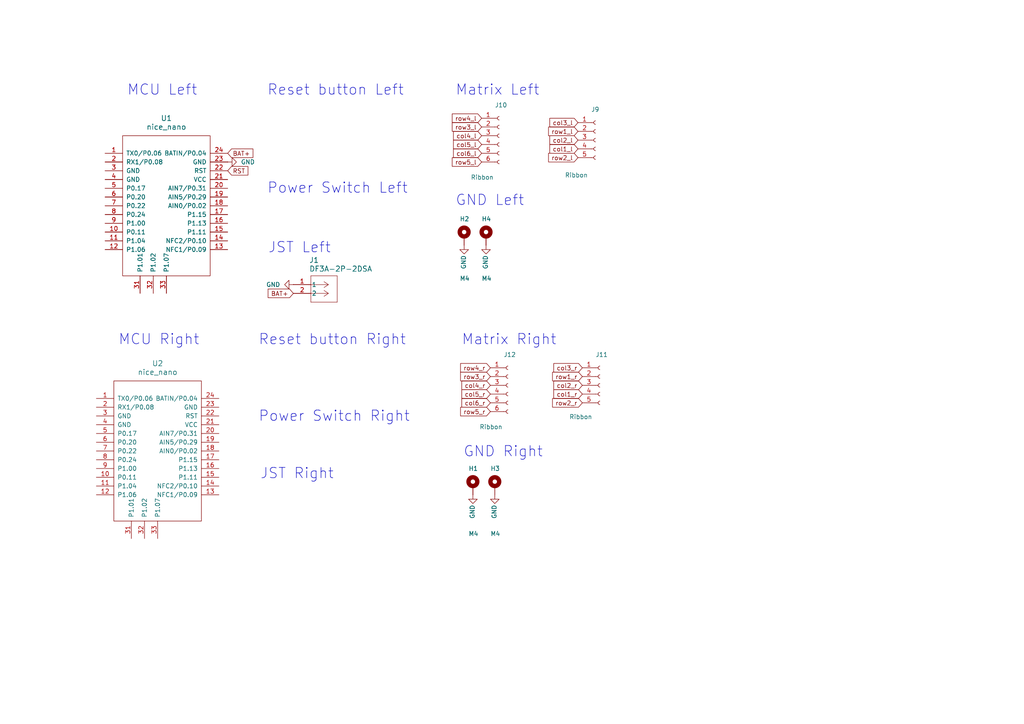
<source format=kicad_sch>
(kicad_sch (version 20250114) (generator "eeschema") (generator_version "9.0")
  (paper "A4")
  (title_block (title "Elite-C holder") (date "2022-02-13") (rev "2.0") (company "BastardKB x KarlK90") (comment 1 "Licensed under CERN-OHL-W v2"))
  (lib_symbols
    (symbol "Connector:Conn_01x05_Female" (pin_names (offset 1.016) (hide yes))
      (property "Reference" "J" (at 0 7.62 0))
      (property "Value" "Conn_01x05_Female" (at 0 -7.62 0))
      (symbol "Conn_01x05_Female_1_1"
        (polyline (pts (xy -1.27 5.08) (xy -0.508 5.08)) (stroke (width 0.1524)))
        (polyline (pts (xy -1.27 2.54) (xy -0.508 2.54)) (stroke (width 0.1524)))
        (polyline (pts (xy -1.27 0) (xy -0.508 0)) (stroke (width 0.1524)))
        (polyline (pts (xy -1.27 -2.54) (xy -0.508 -2.54)) (stroke (width 0.1524)))
        (polyline (pts (xy -1.27 -5.08) (xy -0.508 -5.08)) (stroke (width 0.1524)))
        (arc (start 0 4.572) (mid -0.5058 5.08) (end 0 5.588) (stroke (width 0.1524)))
        (arc (start 0 2.032) (mid -0.5058 2.54) (end 0 3.048) (stroke (width 0.1524)))
        (arc (start 0 -0.508) (mid -0.5058 0) (end 0 0.508) (stroke (width 0.1524)))
        (arc (start 0 -3.048) (mid -0.5058 -2.54) (end 0 -2.032) (stroke (width 0.1524)))
        (arc (start 0 -5.588) (mid -0.5058 -5.08) (end 0 -4.572) (stroke (width 0.1524)))
        (pin passive line (at -5.08 5.08 0) (length 3.81) (name "Pin_1") (number "1"))
        (pin passive line (at -5.08 2.54 0) (length 3.81) (name "Pin_2") (number "2"))
        (pin passive line (at -5.08 0 0) (length 3.81) (name "Pin_3") (number "3"))
        (pin passive line (at -5.08 -2.54 0) (length 3.81) (name "Pin_4") (number "4"))
        (pin passive line (at -5.08 -5.08 0) (length 3.81) (name "Pin_5") (number "5"))
      )
    )
    (symbol "Connector:Conn_01x06_Female" (pin_names (offset 1.016) (hide yes))
      (property "Reference" "J" (at 0 7.62 0))
      (property "Value" "Conn_01x06_Female" (at 0 -10.16 0))
      (symbol "Conn_01x06_Female_1_1"
        (polyline (pts (xy -1.27 5.08) (xy -0.508 5.08)) (stroke (width 0.1524)))
        (polyline (pts (xy -1.27 2.54) (xy -0.508 2.54)) (stroke (width 0.1524)))
        (polyline (pts (xy -1.27 0) (xy -0.508 0)) (stroke (width 0.1524)))
        (polyline (pts (xy -1.27 -2.54) (xy -0.508 -2.54)) (stroke (width 0.1524)))
        (polyline (pts (xy -1.27 -5.08) (xy -0.508 -5.08)) (stroke (width 0.1524)))
        (polyline (pts (xy -1.27 -7.62) (xy -0.508 -7.62)) (stroke (width 0.1524)))
        (arc (start 0 4.572) (mid -0.5058 5.08) (end 0 5.588) (stroke (width 0.1524)))
        (arc (start 0 2.032) (mid -0.5058 2.54) (end 0 3.048) (stroke (width 0.1524)))
        (arc (start 0 -0.508) (mid -0.5058 0) (end 0 0.508) (stroke (width 0.1524)))
        (arc (start 0 -3.048) (mid -0.5058 -2.54) (end 0 -2.032) (stroke (width 0.1524)))
        (arc (start 0 -5.588) (mid -0.5058 -5.08) (end 0 -4.572) (stroke (width 0.1524)))
        (arc (start 0 -8.128) (mid -0.5058 -7.62) (end 0 -7.112) (stroke (width 0.1524)))
        (pin passive line (at -5.08 5.08 0) (length 3.81) (name "Pin_1") (number "1"))
        (pin passive line (at -5.08 2.54 0) (length 3.81) (name "Pin_2") (number "2"))
        (pin passive line (at -5.08 0 0) (length 3.81) (name "Pin_3") (number "3"))
        (pin passive line (at -5.08 -2.54 0) (length 3.81) (name "Pin_4") (number "4"))
        (pin passive line (at -5.08 -5.08 0) (length 3.81) (name "Pin_5") (number "5"))
        (pin passive line (at -5.08 -7.62 0) (length 3.81) (name "Pin_6") (number "6"))
      )
    )
    (symbol "DF3A_2P_2DSA:DF3A-2P-2DSA" (pin_names (offset 0.254))
      (property "Reference" "J" (at 8.89 6.35 0))
      (property "Value" "DF3A-2P-2DSA" (at 0 0 0))
      (symbol "DF3A-2P-2DSA_1_1"
        (polyline (pts (xy 5.08 2.54) (xy 5.08 -5.08)) (stroke (width 0.127)))
        (polyline (pts (xy 5.08 -5.08) (xy 12.7 -5.08)) (stroke (width 0.127)))
        (polyline (pts (xy 10.16 0) (xy 5.08 0)) (stroke (width 0.127)))
        (polyline (pts (xy 10.16 0) (xy 8.89 0.8467)) (stroke (width 0.127)))
        (polyline (pts (xy 10.16 0) (xy 8.89 -0.8467)) (stroke (width 0.127)))
        (polyline (pts (xy 10.16 -2.54) (xy 5.08 -2.54)) (stroke (width 0.127)))
        (polyline (pts (xy 10.16 -2.54) (xy 8.89 -1.6933)) (stroke (width 0.127)))
        (polyline (pts (xy 10.16 -2.54) (xy 8.89 -3.3867)) (stroke (width 0.127)))
        (polyline (pts (xy 12.7 2.54) (xy 5.08 2.54)) (stroke (width 0.127)))
        (polyline (pts (xy 12.7 -5.08) (xy 12.7 2.54)) (stroke (width 0.127)))
        (pin unspecified line (at 0 0 0) (length 5.08) (name "1") (number "1"))
        (pin unspecified line (at 0 -2.54 0) (length 5.08) (name "2") (number "2"))
      )
      (symbol "DF3A-2P-2DSA_1_2"
        (polyline (pts (xy 5.08 2.54) (xy 5.08 -5.08)) (stroke (width 0.127)))
        (polyline (pts (xy 5.08 -5.08) (xy 12.7 -5.08)) (stroke (width 0.127)))
        (polyline (pts (xy 7.62 0) (xy 5.08 0)) (stroke (width 0.127)))
        (polyline (pts (xy 7.62 0) (xy 8.89 0.8467)) (stroke (width 0.127)))
        (polyline (pts (xy 7.62 0) (xy 8.89 -0.8467)) (stroke (width 0.127)))
        (polyline (pts (xy 7.62 -2.54) (xy 5.08 -2.54)) (stroke (width 0.127)))
        (polyline (pts (xy 7.62 -2.54) (xy 8.89 -1.6933)) (stroke (width 0.127)))
        (polyline (pts (xy 7.62 -2.54) (xy 8.89 -3.3867)) (stroke (width 0.127)))
        (polyline (pts (xy 12.7 2.54) (xy 5.08 2.54)) (stroke (width 0.127)))
        (polyline (pts (xy 12.7 -5.08) (xy 12.7 2.54)) (stroke (width 0.127)))
        (pin unspecified line (at 0 0 0) (length 5.08) (name "1") (number "1"))
        (pin unspecified line (at 0 -2.54 0) (length 5.08) (name "2") (number "2"))
      )
    )
    (symbol "GND_1" (power) (pin_numbers (hide yes)) (pin_names (offset 0) (hide yes))
      (property "Value" "GND" (at 0 -3.81 0))
      (symbol "GND_1_0_1"
        (polyline (pts (xy 0 0) (xy 0 -1.27) (xy 1.27 -1.27) (xy 0 -2.54) (xy -1.27 -1.27) (xy 0 -1.27)))
      )
      (symbol "GND_1_1_1"
        (pin power_in line (at 0 0 270) (length 0) (name "~") (number "1"))
      )
    )
    (symbol "GND_2" (power) (pin_numbers (hide yes)) (pin_names (offset 0) (hide yes))
      (property "Value" "GND" (at 0 -3.81 0))
      (symbol "GND_2_0_1"
        (polyline (pts (xy 0 0) (xy 0 -1.27) (xy 1.27 -1.27) (xy 0 -2.54) (xy -1.27 -1.27) (xy 0 -1.27)))
      )
      (symbol "GND_2_1_1"
        (pin power_in line (at 0 0 270) (length 0) (name "~") (number "1"))
      )
    )
    (symbol "Mechanical:MountingHole_Pad" (pin_numbers (hide yes)) (pin_names (offset 1.016) (hide yes))
      (property "Reference" "H" (at 0 6.35 0))
      (property "Value" "MountingHole_Pad" (at 0 4.445 0))
      (symbol "MountingHole_Pad_0_1"
        (circle (center 0 1.27) (radius 1.27) (stroke (width 1.27)))
      )
      (symbol "MountingHole_Pad_1_1"
        (pin input line (at 0 -2.54 90) (length 2.54) (name "1") (number "1"))
      )
    )
    (symbol "nice_nano:nice_nano" (pin_names (offset 1.016))
      (property "Reference" "U" (at 0 0 0))
      (property "Value" "nice_nano" (at 0 2.54 0))
      (symbol "nice_nano_0_1"
        (rectangle (start -12.7 -21.59) (end 12.7 19.05))
      )
      (symbol "nice_nano_1_1"
        (pin input line (at -17.78 13.97 0) (length 5.08) (name "TX0/P0.06") (number "1"))
        (pin input line (at -17.78 11.43 0) (length 5.08) (name "RX1/P0.08") (number "2"))
        (pin input line (at -17.78 8.89 0) (length 5.08) (name "GND") (number "3"))
        (pin input line (at -17.78 6.35 0) (length 5.08) (name "GND") (number "4"))
        (pin input line (at -17.78 3.81 0) (length 5.08) (name "P0.17") (number "5"))
        (pin input line (at -17.78 1.27 0) (length 5.08) (name "P0.20") (number "6"))
        (pin input line (at -17.78 -1.27 0) (length 5.08) (name "P0.22") (number "7"))
        (pin input line (at -17.78 -3.81 0) (length 5.08) (name "P0.24") (number "8"))
        (pin input line (at -17.78 -6.35 0) (length 5.08) (name "P1.00") (number "9"))
        (pin input line (at -17.78 -8.89 0) (length 5.08) (name "P0.11") (number "10"))
        (pin input line (at -17.78 -11.43 0) (length 5.08) (name "P1.04") (number "11"))
        (pin input line (at -17.78 -13.97 0) (length 5.08) (name "P1.06") (number "12"))
        (pin input line (at -7.62 -26.67 90) (length 5.08) (name "P1.01") (number "31"))
        (pin input line (at -3.81 -26.67 90) (length 5.08) (name "P1.02") (number "32"))
        (pin input line (at 0 -26.67 90) (length 5.08) (name "P1.07") (number "33"))
        (pin input line (at 17.78 13.97 180) (length 5.08) (name "BATIN/P0.04") (number "24"))
        (pin input line (at 17.78 11.43 180) (length 5.08) (name "GND") (number "23"))
        (pin input line (at 17.78 8.89 180) (length 5.08) (name "RST") (number "22"))
        (pin input line (at 17.78 6.35 180) (length 5.08) (name "VCC") (number "21"))
        (pin input line (at 17.78 3.81 180) (length 5.08) (name "AIN7/P0.31") (number "20"))
        (pin input line (at 17.78 1.27 180) (length 5.08) (name "AIN5/P0.29") (number "19"))
        (pin input line (at 17.78 -1.27 180) (length 5.08) (name "AIN0/P0.02") (number "18"))
        (pin input line (at 17.78 -3.81 180) (length 5.08) (name "P1.15") (number "17"))
        (pin input line (at 17.78 -6.35 180) (length 5.08) (name "P1.13") (number "16"))
        (pin input line (at 17.78 -8.89 180) (length 5.08) (name "P1.11") (number "15"))
        (pin input line (at 17.78 -11.43 180) (length 5.08) (name "NFC2/P0.10") (number "14"))
        (pin input line (at 17.78 -13.97 180) (length 5.08) (name "NFC1/P0.09") (number "13"))
      )
    )
    (symbol "power:GND" (power) (pin_names (offset 0))
      (property "Value" "GND" (at 0 -3.81 0))
      (symbol "GND_0_1"
        (polyline (pts (xy 0 0) (xy 0 -1.27) (xy 1.27 -1.27) (xy 0 -2.54) (xy -1.27 -1.27) (xy 0 -1.27)))
      )
      (symbol "GND_1_1"
        (pin power_in line (at 0 0 270) (length 0) (hide yes) (name "GND") (number "1"))
      )
    )
  )
  (text "Power Switch Right" (at 74.93 122.555 0) (effects (font (size 3 3)) (justify left bottom)))
  (text "GND Left" (at 132.08 59.944 0) (effects (font (size 3 3)) (justify left bottom)))
  (text "Reset button Left" (at 77.47 27.94 0) (effects (font (size 3 3)) (justify left bottom)))
  (text "GND Right" (at 134.366 132.842 0) (effects (font (size 3 3)) (justify left bottom)))
  (text "JST Left" (at 77.724 73.66 0) (effects (font (size 3 3)) (justify left bottom)))
  (text "Power Switch Left" (at 77.47 56.388 0) (effects (font (size 3 3)) (justify left bottom)))
  (text "Matrix Left" (at 132.08 27.94 0) (effects (font (size 3 3)) (justify left bottom)))
  (text "JST Right" (at 75.438 139.192 0) (effects (font (size 3 3)) (justify left bottom)))
  (text "Reset button Right" (at 74.93 100.33 0) (effects (font (size 3 3)) (justify left bottom)))
  (text "MCU Left" (at 36.83 27.94 0) (effects (font (size 3 3)) (justify left bottom)))
  (text "MCU Right" (at 34.29 100.33 0) (effects (font (size 3 3)) (justify left bottom)))
  (text "Matrix Right" (at 133.858 100.33 0) (effects (font (size 3 3)) (justify left bottom)))
  (global_label "row1_r" (shape input) (at 168.91 109.22 180) (property "Intersheetrefs" "${INTERSHEET_REFS}" (effects (hide yes))))
  (global_label "col6_l" (shape input) (at 139.7 44.45 180) (property "Intersheetrefs" "${INTERSHEET_REFS}" (effects (hide yes))))
  (global_label "col1_r" (shape input) (at 168.91 114.3 180) (property "Intersheetrefs" "${INTERSHEET_REFS}" (effects (hide yes))))
  (global_label "BAT+" (shape input) (at 66.04 44.45 0) (property "Intersheetrefs" "${INTERSHEET_REFS}" (effects (hide yes))))
  (global_label "col1_l" (shape input) (at 167.64 43.18 180) (property "Intersheetrefs" "${INTERSHEET_REFS}" (effects (hide yes))))
  (global_label "row3_r" (shape input) (at 142.24 109.22 180) (property "Intersheetrefs" "${INTERSHEET_REFS}" (effects (hide yes))))
  (global_label "row5_l" (shape input) (at 139.7 46.99 180) (property "Intersheetrefs" "${INTERSHEET_REFS}" (effects (hide yes))))
  (global_label "col5_l" (shape input) (at 139.7 41.91 180) (property "Intersheetrefs" "${INTERSHEET_REFS}" (effects (hide yes))))
  (global_label "row4_r" (shape input) (at 142.24 106.68 180) (property "Intersheetrefs" "${INTERSHEET_REFS}" (effects (hide yes))))
  (global_label "row1_l" (shape input) (at 167.64 38.1 180) (property "Intersheetrefs" "${INTERSHEET_REFS}" (effects (hide yes))))
  (global_label "col3_r" (shape input) (at 168.91 106.68 180) (property "Intersheetrefs" "${INTERSHEET_REFS}" (effects (hide yes))))
  (global_label "row2_l" (shape input) (at 167.64 45.72 180) (property "Intersheetrefs" "${INTERSHEET_REFS}" (effects (hide yes))))
  (global_label "RST" (shape input) (at 66.04 49.53 0) (property "Intersheetrefs" "${INTERSHEET_REFS}" (effects (hide yes))))
  (global_label "BAT+" (shape input) (at 85.09 85.09 180) (property "Intersheetrefs" "${INTERSHEET_REFS}" (effects (hide yes))))
  (global_label "row3_l" (shape input) (at 139.7 36.83 180) (property "Intersheetrefs" "${INTERSHEET_REFS}" (effects (hide yes))))
  (global_label "col3_l" (shape input) (at 167.64 35.56 180) (property "Intersheetrefs" "${INTERSHEET_REFS}" (effects (hide yes))))
  (global_label "row5_r" (shape input) (at 142.24 119.38 180) (property "Intersheetrefs" "${INTERSHEET_REFS}" (effects (hide yes))))
  (global_label "row2_r" (shape input) (at 168.91 116.84 180) (property "Intersheetrefs" "${INTERSHEET_REFS}" (effects (hide yes))))
  (global_label "row4_l" (shape input) (at 139.7 34.29 180) (property "Intersheetrefs" "${INTERSHEET_REFS}" (effects (hide yes))))
  (global_label "col6_r" (shape input) (at 142.24 116.84 180) (property "Intersheetrefs" "${INTERSHEET_REFS}" (effects (hide yes))))
  (global_label "col2_r" (shape input) (at 168.91 111.76 180) (property "Intersheetrefs" "${INTERSHEET_REFS}" (effects (hide yes))))
  (global_label "col4_r" (shape input) (at 142.24 111.76 180) (property "Intersheetrefs" "${INTERSHEET_REFS}" (effects (hide yes))))
  (global_label "col5_r" (shape input) (at 142.24 114.3 180) (property "Intersheetrefs" "${INTERSHEET_REFS}" (effects (hide yes))))
  (global_label "col4_l" (shape input) (at 139.7 39.37 180) (property "Intersheetrefs" "${INTERSHEET_REFS}" (effects (hide yes))))
  (global_label "col2_l" (shape input) (at 167.64 40.64 180) (property "Intersheetrefs" "${INTERSHEET_REFS}" (effects (hide yes))))
  (symbol (lib_id "Mechanical:MountingHole_Pad") (at 134.62 68.58 0) (unit 1)
    (property "Reference" "H2" (at 133.35 63.5 0) (effects (justify left)))
    (property "Value" "M4" (at 133.35 80.772 0) (effects (justify left)))
    (property "Footprint" "Library:MountingHole_4mm_Pad_thin" (effects (hide yes)))
  )
  (symbol (lib_id "Connector:Conn_01x05_Female") (at 173.99 111.76 0) (unit 1)
    (property "Reference" "J11" (at 172.72 102.87 0) (effects (justify left)))
    (property "Value" "Ribbon" (at 165.1 120.904 0) (effects (justify left)))
    (property "Footprint" "Library:5_PinHeader" (effects (hide yes)))
  )
  (symbol (lib_id "nice_nano:nice_nano") (at 45.72 129.54 0) (unit 1)
    (property "Reference" "U2" (at 45.72 105.41 0) (effects (font (size 1.524 1.524))))
    (property "Value" "nice_nano" (at 45.72 107.95 0) (effects (font (size 1.524 1.524))))
    (property "Footprint" "Library:nice_nano" (effects (hide yes)))
  )
  (symbol (lib_id "power:GND") (at 134.62 71.12 0) (unit 1)
    (property "Reference" "#PWR0129" (effects (hide yes)))
    (property "Value" "GND" (at 134.464 78.1049 90) (effects (justify left)))
  )
  (symbol (lib_id "Mechanical:MountingHole_Pad") (at 140.97 68.58 0) (unit 1)
    (property "Reference" "H4" (at 139.7 63.5 0) (effects (justify left)))
    (property "Value" "M4" (at 139.7 80.772 0) (effects (justify left)))
    (property "Footprint" "Library:MountingHole_4mm_Pad_thin" (effects (hide yes)))
  )
  (symbol (lib_id "Mechanical:MountingHole_Pad") (at 137.16 140.97 0) (unit 1)
    (property "Reference" "H1" (at 135.89 135.89 0) (effects (justify left)))
    (property "Value" "M4" (at 135.89 154.813 0) (effects (justify left)))
    (property "Footprint" "Library:MountingHole_4mm_Pad_thin" (effects (hide yes)))
  )
  (symbol (lib_id "Connector:Conn_01x06_Female") (at 147.32 111.76 0) (unit 1)
    (property "Reference" "J12" (at 146.05 102.87 0) (effects (justify left)))
    (property "Value" "Ribbon" (at 139.065 123.825 0) (effects (justify left)))
    (property "Footprint" "Library:6_PinHeader" (effects (hide yes)))
  )
  (symbol (lib_id "power:GND") (at 137.16 143.51 0) (unit 1)
    (property "Reference" "#PWR0134" (effects (hide yes)))
    (property "Value" "GND" (at 137.004 150.4949 90) (effects (justify left)))
  )
  (symbol (lib_id "nice_nano:nice_nano") (at 48.26 58.42 0) (unit 1)
    (property "Reference" "U1" (at 48.26 34.29 0) (effects (font (size 1.524 1.524))))
    (property "Value" "nice_nano" (at 48.26 36.83 0) (effects (font (size 1.524 1.524))))
    (property "Footprint" "Library:nice_nano" (effects (hide yes)))
  )
  (symbol (lib_id "Mechanical:MountingHole_Pad") (at 143.51 140.97 0) (unit 1)
    (property "Reference" "H3" (at 142.24 135.89 0) (effects (justify left)))
    (property "Value" "M4" (at 142.24 154.813 0) (effects (justify left)))
    (property "Footprint" "Library:MountingHole_4mm_Pad_thin" (effects (hide yes)))
  )
  (symbol (lib_id "Connector:Conn_01x05_Female") (at 172.72 40.64 0) (unit 1)
    (property "Reference" "J9" (at 171.45 31.75 0) (effects (justify left)))
    (property "Value" "Ribbon" (at 163.83 50.8 0) (effects (justify left)))
    (property "Footprint" "Library:5_PinHeader" (effects (hide yes)))
  )
  (symbol (lib_id "power:GND") (at 140.97 71.12 0) (unit 1)
    (property "Reference" "#PWR0130" (effects (hide yes)))
    (property "Value" "GND" (at 140.814 78.1049 90) (effects (justify left)))
  )
  (symbol (lib_id "DF3A_2P_2DSA:DF3A-2P-2DSA") (at 85.09 82.55 0) (unit 1)
    (property "Reference" "J1" (at 89.662 75.438 0) (effects (font (size 1.524 1.524)) (justify left)))
    (property "Value" "DF3A-2P-2DSA" (at 89.662 77.978 0) (effects (font (size 1.524 1.524)) (justify left)))
    (property "Footprint" "Library:DF3A_2P_2DSA" (effects (hide yes)))
    (property "Datasheet" "DF3A-2P-2DSA" (effects (hide yes)))
  )
  (symbol (lib_name "GND_1") (lib_id "power:GND") (at 85.09 82.55 270) (unit 1)
    (property "Reference" "#PWR01" (effects (hide yes)))
    (property "Value" "GND" (at 81.28 82.5499 90) (effects (justify right)))
    (property "Description" "Power symbol creates a global label with name \"GND\" , ground" (effects (hide yes)))
  )
  (symbol (lib_name "GND_2") (lib_id "power:GND") (at 66.04 46.99 90) (unit 1)
    (property "Reference" "#PWR02" (effects (hide yes)))
    (property "Value" "GND" (at 69.85 46.9899 90) (effects (justify right)))
    (property "Description" "Power symbol creates a global label with name \"GND\" , ground" (effects (hide yes)))
  )
  (symbol (lib_id "Connector:Conn_01x06_Female") (at 144.78 39.37 0) (unit 1)
    (property "Reference" "J10" (at 143.51 30.48 0) (effects (justify left)))
    (property "Value" "Ribbon" (at 136.525 51.435 0) (effects (justify left)))
    (property "Footprint" "Library:6_PinHeader" (effects (hide yes)))
  )
  (symbol (lib_id "power:GND") (at 143.51 143.51 0) (unit 1)
    (property "Reference" "#PWR0133" (effects (hide yes)))
    (property "Value" "GND" (at 143.354 150.4949 90) (effects (justify left)))
  )
)
</source>
